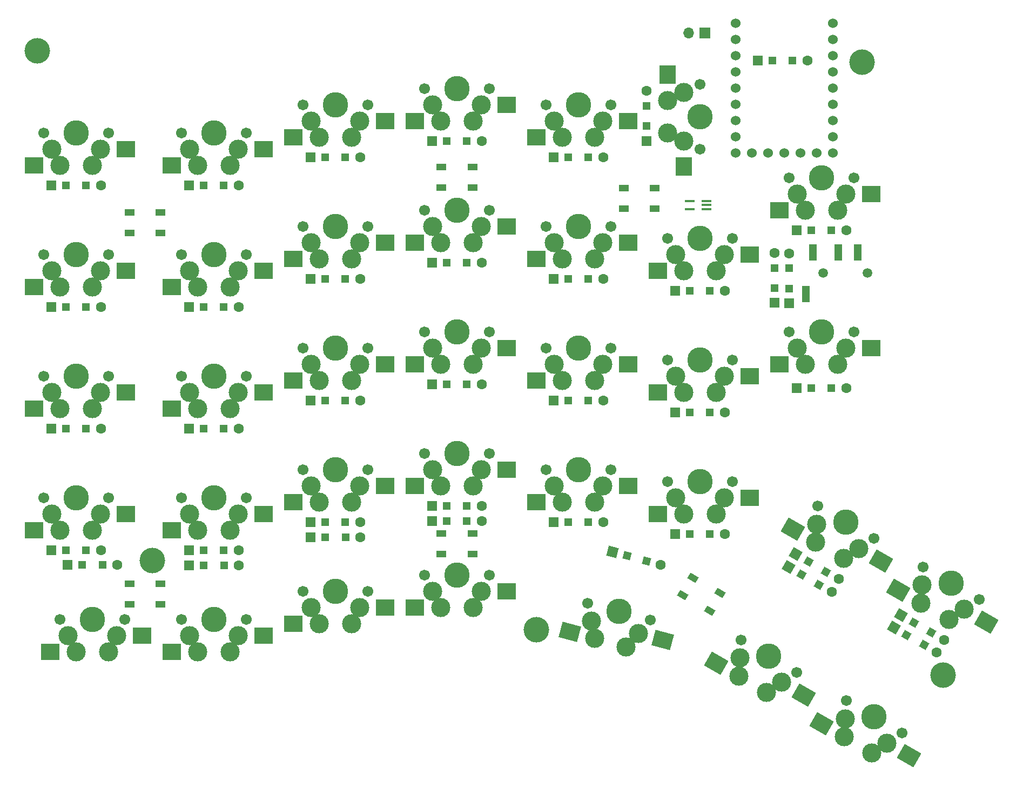
<source format=gbs>
G04 #@! TF.GenerationSoftware,KiCad,Pcbnew,(6.0.5-0)*
G04 #@! TF.CreationDate,2022-05-24T21:59:09-05:00*
G04 #@! TF.ProjectId,redox_rev2_recovery,7265646f-785f-4726-9576-325f7265636f,1.0*
G04 #@! TF.SameCoordinates,Original*
G04 #@! TF.FileFunction,Soldermask,Bot*
G04 #@! TF.FilePolarity,Negative*
%FSLAX46Y46*%
G04 Gerber Fmt 4.6, Leading zero omitted, Abs format (unit mm)*
G04 Created by KiCad (PCBNEW (6.0.5-0)) date 2022-05-24 21:59:09*
%MOMM*%
%LPD*%
G01*
G04 APERTURE LIST*
G04 Aperture macros list*
%AMRotRect*
0 Rectangle, with rotation*
0 The origin of the aperture is its center*
0 $1 length*
0 $2 width*
0 $3 Rotation angle, in degrees counterclockwise*
0 Add horizontal line*
21,1,$1,$2,0,0,$3*%
G04 Aperture macros list end*
%ADD10C,1.500000*%
%ADD11R,1.200000X2.500000*%
%ADD12C,3.000000*%
%ADD13C,1.701800*%
%ADD14C,3.987800*%
%ADD15R,3.000000X2.500000*%
%ADD16R,2.500000X3.000000*%
%ADD17RotRect,3.000000X2.500000X150.000000*%
%ADD18RotRect,3.000000X2.500000X165.000000*%
%ADD19RotRect,1.200000X1.200000X150.000000*%
%ADD20RotRect,1.600000X1.600000X150.000000*%
%ADD21C,1.600000*%
%ADD22RotRect,1.600000X1.600000X165.000000*%
%ADD23RotRect,1.200000X1.200000X165.000000*%
%ADD24R,1.600000X1.600000*%
%ADD25R,1.200000X1.200000*%
%ADD26C,4.000000*%
%ADD27R,1.700000X1.700000*%
%ADD28O,1.700000X1.700000*%
%ADD29R,1.500000X1.000000*%
%ADD30C,1.524000*%
%ADD31R,1.500000X0.400000*%
%ADD32RotRect,1.500000X1.000000X150.000000*%
G04 APERTURE END LIST*
D10*
X208535000Y-88646000D03*
X215535000Y-88646000D03*
D11*
X210935000Y-85396000D03*
X213935000Y-85396000D03*
X205835000Y-91896000D03*
X206935000Y-85396000D03*
D10*
X208535000Y-88646000D03*
X215535000Y-88646000D03*
D12*
X94002860Y-71785480D03*
X95272860Y-69245480D03*
D13*
X96542860Y-66705480D03*
D14*
X91462860Y-66705480D03*
D12*
X88922860Y-71785480D03*
X87652860Y-69245480D03*
D13*
X86382860Y-66705480D03*
D15*
X84862860Y-71785480D03*
X99262860Y-69245480D03*
D13*
X118132860Y-66705480D03*
X107972860Y-66705480D03*
D14*
X113052860Y-66705480D03*
D12*
X115592860Y-71785480D03*
X116862860Y-69245480D03*
X109242860Y-69245480D03*
X110512860Y-71785480D03*
D15*
X106452860Y-71785480D03*
X120852860Y-69245480D03*
D14*
X132102860Y-62260480D03*
D12*
X129562860Y-67340480D03*
X134642860Y-67340480D03*
X135912860Y-64800480D03*
X128292860Y-64800480D03*
D13*
X127022860Y-62260480D03*
X137182860Y-62260480D03*
D15*
X125502860Y-67340480D03*
X139902860Y-64800480D03*
D13*
X156232860Y-59720480D03*
D12*
X153692860Y-64800480D03*
X148612860Y-64800480D03*
X147342860Y-62260480D03*
D14*
X151152860Y-59720480D03*
D12*
X154962860Y-62260480D03*
D13*
X146072860Y-59720480D03*
D15*
X144552860Y-64800480D03*
X158952860Y-62260480D03*
D14*
X170202860Y-62260480D03*
D12*
X172742860Y-67340480D03*
D13*
X165122860Y-62260480D03*
D12*
X167662860Y-67340480D03*
X166392860Y-64800480D03*
D13*
X175282860Y-62260480D03*
D12*
X174012860Y-64800480D03*
D15*
X163602860Y-67340480D03*
X178002860Y-64800480D03*
D12*
X184172860Y-66705480D03*
X186712860Y-60355480D03*
D14*
X189252860Y-64165480D03*
D13*
X189252860Y-69245480D03*
D12*
X186712860Y-67975480D03*
D13*
X189252860Y-59085480D03*
D12*
X184172860Y-61625480D03*
D16*
X184172860Y-57565480D03*
X186712860Y-71965480D03*
D12*
X204492860Y-76230480D03*
D14*
X208302860Y-73690480D03*
D13*
X203222860Y-73690480D03*
D12*
X205762860Y-78770480D03*
D13*
X213382860Y-73690480D03*
D12*
X210842860Y-78770480D03*
X212112860Y-76230480D03*
D15*
X201702860Y-78770480D03*
X216102860Y-76230480D03*
D12*
X129562860Y-86390480D03*
D14*
X132102860Y-81310480D03*
D13*
X137182860Y-81310480D03*
D12*
X134642860Y-86390480D03*
X135912860Y-83850480D03*
D13*
X127022860Y-81310480D03*
D12*
X128292860Y-83850480D03*
D15*
X125502860Y-86390480D03*
X139902860Y-83850480D03*
D12*
X148612860Y-83850480D03*
X153692860Y-83850480D03*
D13*
X156232860Y-78770480D03*
D12*
X154962860Y-81310480D03*
D13*
X146072860Y-78770480D03*
D12*
X147342860Y-81310480D03*
D14*
X151152860Y-78770480D03*
D15*
X144552860Y-83850480D03*
X158952860Y-81310480D03*
D13*
X165122860Y-81310480D03*
D12*
X174012860Y-83850480D03*
X172742860Y-86390480D03*
X167662860Y-86390480D03*
X166392860Y-83850480D03*
D13*
X175282860Y-81310480D03*
D14*
X170202860Y-81310480D03*
D15*
X163602860Y-86390480D03*
X178002860Y-83850480D03*
D12*
X193062860Y-85755480D03*
D14*
X189252860Y-83215480D03*
D12*
X186712860Y-88295480D03*
X191792860Y-88295480D03*
D13*
X184172860Y-83215480D03*
X194332860Y-83215480D03*
D12*
X185442860Y-85755480D03*
D15*
X182652860Y-88295480D03*
X197052860Y-85755480D03*
D12*
X205762860Y-102900480D03*
D14*
X208302860Y-97820480D03*
D12*
X212112860Y-100360480D03*
X204492860Y-100360480D03*
D13*
X203222860Y-97820480D03*
D12*
X210842860Y-102900480D03*
D13*
X213382860Y-97820480D03*
D15*
X201702860Y-102900480D03*
X216102860Y-100360480D03*
D12*
X87652860Y-107345480D03*
X94002860Y-109885480D03*
X88922860Y-109885480D03*
D13*
X96542860Y-104805480D03*
X86382860Y-104805480D03*
D14*
X91462860Y-104805480D03*
D12*
X95272860Y-107345480D03*
D15*
X84862860Y-109885480D03*
X99262860Y-107345480D03*
D13*
X107972860Y-104805480D03*
D12*
X116862860Y-107345480D03*
X110512860Y-109885480D03*
X109242860Y-107345480D03*
D14*
X113052860Y-104805480D03*
D13*
X118132860Y-104805480D03*
D12*
X115592860Y-109885480D03*
D15*
X106452860Y-109885480D03*
X120852860Y-107345480D03*
D12*
X128292860Y-102900480D03*
X134642860Y-105440480D03*
X135912860Y-102900480D03*
X129562860Y-105440480D03*
D13*
X127022860Y-100360480D03*
X137182860Y-100360480D03*
D14*
X132102860Y-100360480D03*
D15*
X125502860Y-105440480D03*
X139902860Y-102900480D03*
D12*
X148612860Y-102900480D03*
D14*
X151152860Y-97820480D03*
D12*
X147342860Y-100360480D03*
X153692860Y-102900480D03*
D13*
X156232860Y-97820480D03*
D12*
X154962860Y-100360480D03*
D13*
X146072860Y-97820480D03*
D15*
X144552860Y-102900480D03*
X158952860Y-100360480D03*
D12*
X172742860Y-105440480D03*
D14*
X170202860Y-100360480D03*
D12*
X166392860Y-102900480D03*
D13*
X175282860Y-100360480D03*
D12*
X174012860Y-102900480D03*
X167662860Y-105440480D03*
D13*
X165122860Y-100360480D03*
D15*
X163602860Y-105440480D03*
X178002860Y-102900480D03*
D13*
X184172860Y-102265480D03*
X194332860Y-102265480D03*
D12*
X185442860Y-104805480D03*
X191792860Y-107345480D03*
D14*
X189252860Y-102265480D03*
D12*
X193062860Y-104805480D03*
X186712860Y-107345480D03*
D15*
X182652860Y-107345480D03*
X197052860Y-104805480D03*
D12*
X207373155Y-130794889D03*
D13*
X207713451Y-125125480D03*
D12*
X214142417Y-131770185D03*
D13*
X216512269Y-130205480D03*
D12*
X211772565Y-133334889D03*
D14*
X212112860Y-127665480D03*
D12*
X207543303Y-127960185D03*
D17*
X203857092Y-128764889D03*
X217597858Y-133765185D03*
D12*
X88922860Y-128935480D03*
D13*
X86382860Y-123855480D03*
D12*
X95272860Y-126395480D03*
D13*
X96542860Y-123855480D03*
D12*
X94002860Y-128935480D03*
D14*
X91462860Y-123855480D03*
D12*
X87652860Y-126395480D03*
D15*
X84862860Y-128935480D03*
X99262860Y-126395480D03*
D14*
X113052860Y-123855480D03*
D12*
X115592860Y-128935480D03*
X110512860Y-128935480D03*
D13*
X107972860Y-123855480D03*
D12*
X109242860Y-126395480D03*
D13*
X118132860Y-123855480D03*
D12*
X116862860Y-126395480D03*
D15*
X106452860Y-128935480D03*
X120852860Y-126395480D03*
D12*
X134642860Y-124490480D03*
X135912860Y-121950480D03*
X129562860Y-124490480D03*
D13*
X137182860Y-119410480D03*
X127022860Y-119410480D03*
D14*
X132102860Y-119410480D03*
D12*
X128292860Y-121950480D03*
D15*
X125502860Y-124490480D03*
X139902860Y-121950480D03*
D14*
X151152860Y-116870480D03*
D12*
X153692860Y-121950480D03*
X154962860Y-119410480D03*
X147342860Y-119410480D03*
D13*
X156232860Y-116870480D03*
D12*
X148612860Y-121950480D03*
D13*
X146072860Y-116870480D03*
D15*
X144552860Y-121950480D03*
X158952860Y-119410480D03*
D12*
X166392860Y-121950480D03*
X167662860Y-124490480D03*
D14*
X170202860Y-119410480D03*
D12*
X172742860Y-124490480D03*
D13*
X165122860Y-119410480D03*
D12*
X174012860Y-121950480D03*
D13*
X175282860Y-119410480D03*
D15*
X163602860Y-124490480D03*
X178002860Y-121950480D03*
D12*
X191792860Y-126395480D03*
D13*
X194332860Y-121315480D03*
D14*
X189252860Y-121315480D03*
D12*
X193062860Y-123855480D03*
D13*
X184172860Y-121315480D03*
D12*
X186712860Y-126395480D03*
X185442860Y-123855480D03*
D15*
X182652860Y-126395480D03*
X197052860Y-123855480D03*
D13*
X233022269Y-139730480D03*
D14*
X228622860Y-137190480D03*
D12*
X230652417Y-141295185D03*
X223883155Y-140319889D03*
X228282565Y-142859889D03*
X224053303Y-137485185D03*
D13*
X224223451Y-134650480D03*
D17*
X220367092Y-138289889D03*
X234107858Y-143290185D03*
D13*
X88922860Y-142905480D03*
D12*
X97812860Y-145445480D03*
X91462860Y-147985480D03*
D14*
X94002860Y-142905480D03*
D12*
X90192860Y-145445480D03*
D13*
X99082860Y-142905480D03*
D12*
X96542860Y-147985480D03*
D15*
X87402860Y-147985480D03*
X101802860Y-145445480D03*
D12*
X116862860Y-145445480D03*
X115592860Y-147985480D03*
X109242860Y-145445480D03*
D13*
X118132860Y-142905480D03*
D12*
X110512860Y-147985480D03*
D14*
X113052860Y-142905480D03*
D13*
X107972860Y-142905480D03*
D15*
X106452860Y-147985480D03*
X120852860Y-145445480D03*
D14*
X132102860Y-138460480D03*
D13*
X137182860Y-138460480D03*
X127022860Y-138460480D03*
D12*
X135912860Y-141000480D03*
X134642860Y-143540480D03*
X128292860Y-141000480D03*
X129562860Y-143540480D03*
D15*
X125502860Y-143540480D03*
X139902860Y-141000480D03*
D13*
X156232860Y-135920480D03*
D14*
X151152860Y-135920480D03*
D12*
X153692860Y-141000480D03*
X148612860Y-141000480D03*
X147342860Y-138460480D03*
D13*
X146072860Y-135920480D03*
D12*
X154962860Y-138460480D03*
D15*
X144552860Y-141000480D03*
X158952860Y-138460480D03*
D13*
X171645957Y-140320679D03*
X181459763Y-142950281D03*
D12*
X172784608Y-145884983D03*
D14*
X176552860Y-141635480D03*
D12*
X172215282Y-143102831D03*
X177691511Y-147199784D03*
X179575637Y-145075032D03*
D18*
X168862949Y-144834177D03*
X183429681Y-146107720D03*
D13*
X204447269Y-151160480D03*
D12*
X202077417Y-152725185D03*
D14*
X200047860Y-148620480D03*
D12*
X195308155Y-151749889D03*
X195478303Y-148915185D03*
X199707565Y-154289889D03*
D13*
X195648451Y-146080480D03*
D17*
X191792092Y-149719889D03*
X205532858Y-154720185D03*
D12*
X218587417Y-162250185D03*
X211818155Y-161274889D03*
D14*
X216557860Y-158145480D03*
D13*
X220957269Y-160685480D03*
D12*
X211988303Y-158440185D03*
D13*
X212158451Y-155605480D03*
D12*
X216217565Y-163814889D03*
D17*
X208302092Y-159244889D03*
X222042858Y-164245185D03*
D12*
X95272860Y-88295480D03*
D13*
X96542860Y-85755480D03*
D12*
X87652860Y-88295480D03*
D13*
X86382860Y-85755480D03*
D12*
X94002860Y-90835480D03*
X88922860Y-90835480D03*
D14*
X91462860Y-85755480D03*
D15*
X84862860Y-90835480D03*
X99262860Y-88295480D03*
D13*
X118132860Y-85755480D03*
D12*
X110512860Y-90835480D03*
D13*
X107972860Y-85755480D03*
D14*
X113052860Y-85755480D03*
D12*
X115592860Y-90835480D03*
X116862860Y-88295480D03*
X109242860Y-88295480D03*
D15*
X106452860Y-90835480D03*
X120852860Y-88295480D03*
D19*
X205136010Y-135862500D03*
D20*
X203122501Y-134700000D03*
D21*
X209877499Y-138600000D03*
D19*
X207863990Y-137437500D03*
D22*
X175561556Y-132332966D03*
D23*
X177807334Y-132934720D03*
X180850000Y-133750000D03*
D21*
X183095778Y-134351754D03*
D24*
X147225000Y-127500000D03*
D25*
X149550000Y-127500000D03*
D21*
X155025000Y-127500000D03*
D25*
X152700000Y-127500000D03*
X130525000Y-130050000D03*
D24*
X128200000Y-130050000D03*
D21*
X136000000Y-130050000D03*
D25*
X133675000Y-130050000D03*
D24*
X109150000Y-134400000D03*
D25*
X111475000Y-134400000D03*
D21*
X116950000Y-134400000D03*
D25*
X114625000Y-134400000D03*
X168605000Y-108585000D03*
D24*
X166280000Y-108585000D03*
D21*
X174080000Y-108585000D03*
D25*
X171755000Y-108585000D03*
X89865000Y-74930000D03*
D24*
X87540000Y-74930000D03*
D21*
X95340000Y-74930000D03*
D25*
X93015000Y-74930000D03*
X168605000Y-70485000D03*
D24*
X166280000Y-70485000D03*
D21*
X174080000Y-70485000D03*
D25*
X171755000Y-70485000D03*
X111455000Y-93980000D03*
D24*
X109130000Y-93980000D03*
D25*
X114605000Y-93980000D03*
D21*
X116930000Y-93980000D03*
D25*
X130505000Y-70485000D03*
D24*
X128180000Y-70485000D03*
D21*
X135980000Y-70485000D03*
D25*
X133655000Y-70485000D03*
D24*
X204380000Y-106680000D03*
D25*
X206705000Y-106680000D03*
X209855000Y-106680000D03*
D21*
X212180000Y-106680000D03*
D24*
X166280000Y-89535000D03*
D25*
X168605000Y-89535000D03*
D21*
X174080000Y-89535000D03*
D25*
X171755000Y-89535000D03*
X89865000Y-113030000D03*
D24*
X87540000Y-113030000D03*
D21*
X95340000Y-113030000D03*
D25*
X93015000Y-113030000D03*
X111455000Y-74930000D03*
D24*
X109130000Y-74930000D03*
D21*
X116930000Y-74930000D03*
D25*
X114605000Y-74930000D03*
X149555000Y-86995000D03*
D24*
X147230000Y-86995000D03*
D25*
X152705000Y-86995000D03*
D21*
X155030000Y-86995000D03*
D24*
X180850000Y-67925000D03*
D25*
X180850000Y-65600000D03*
X180850000Y-62450000D03*
D21*
X180850000Y-60125000D03*
D25*
X149555000Y-106045000D03*
D24*
X147230000Y-106045000D03*
D21*
X155030000Y-106045000D03*
D25*
X152705000Y-106045000D03*
X149555000Y-125095000D03*
D24*
X147230000Y-125095000D03*
D21*
X155030000Y-125095000D03*
D25*
X152705000Y-125095000D03*
X187655000Y-110490000D03*
D24*
X185330000Y-110490000D03*
D21*
X193130000Y-110490000D03*
D25*
X190805000Y-110490000D03*
X89865000Y-132080000D03*
D24*
X87540000Y-132080000D03*
D25*
X93015000Y-132080000D03*
D21*
X95340000Y-132080000D03*
D25*
X149555000Y-67945000D03*
D24*
X147230000Y-67945000D03*
D25*
X152705000Y-67945000D03*
D21*
X155030000Y-67945000D03*
D20*
X204267501Y-132670000D03*
D19*
X206281010Y-133832500D03*
D21*
X211022499Y-136570000D03*
D19*
X209008990Y-135407500D03*
D25*
X130505000Y-89535000D03*
D24*
X128180000Y-89535000D03*
D21*
X135980000Y-89535000D03*
D25*
X133655000Y-89535000D03*
X168605000Y-127635000D03*
D24*
X166280000Y-127635000D03*
D21*
X174080000Y-127635000D03*
D25*
X171755000Y-127635000D03*
X89865000Y-93980000D03*
D24*
X87540000Y-93980000D03*
D21*
X95340000Y-93980000D03*
D25*
X93015000Y-93980000D03*
D26*
X85344000Y-53848000D03*
D25*
X206705000Y-81915000D03*
D24*
X204380000Y-81915000D03*
D25*
X209855000Y-81915000D03*
D21*
X212180000Y-81915000D03*
D24*
X185330000Y-91440000D03*
D25*
X187655000Y-91440000D03*
D21*
X193130000Y-91440000D03*
D25*
X190805000Y-91440000D03*
X111455000Y-113030000D03*
D24*
X109130000Y-113030000D03*
D21*
X116930000Y-113030000D03*
D25*
X114605000Y-113030000D03*
D24*
X109130000Y-132080000D03*
D25*
X111455000Y-132080000D03*
X114605000Y-132080000D03*
D21*
X116930000Y-132080000D03*
D25*
X130505000Y-108585000D03*
D24*
X128180000Y-108585000D03*
D25*
X133655000Y-108585000D03*
D21*
X135980000Y-108585000D03*
D26*
X103375000Y-133625000D03*
D20*
X219622501Y-144150000D03*
D19*
X221636010Y-145312500D03*
D21*
X226377499Y-148050000D03*
D19*
X224363990Y-146887500D03*
D24*
X128180000Y-127635000D03*
D25*
X130505000Y-127635000D03*
D21*
X135980000Y-127635000D03*
D25*
X133655000Y-127635000D03*
D19*
X222791010Y-143357500D03*
D20*
X220777501Y-142195000D03*
D19*
X225518990Y-144932500D03*
D21*
X227532499Y-146095000D03*
D25*
X187655000Y-129540000D03*
D24*
X185330000Y-129540000D03*
D25*
X190805000Y-129540000D03*
D21*
X193130000Y-129540000D03*
D24*
X90100000Y-134366000D03*
D25*
X92425000Y-134366000D03*
X95575000Y-134366000D03*
D21*
X97900000Y-134366000D03*
D26*
X163576000Y-144526000D03*
X227330000Y-151638000D03*
X214630000Y-55626000D03*
D25*
X203200000Y-87884000D03*
D21*
X203200000Y-85559000D03*
D24*
X203200000Y-93359000D03*
D25*
X203200000Y-91034000D03*
D27*
X189992000Y-51054000D03*
D28*
X187452000Y-51054000D03*
D25*
X200609000Y-55372000D03*
D24*
X198284000Y-55372000D03*
D25*
X203759000Y-55372000D03*
D21*
X206084000Y-55372000D03*
D25*
X200914000Y-87833000D03*
D21*
X200914000Y-85508000D03*
D24*
X200914000Y-93308000D03*
D25*
X200914000Y-90983000D03*
D29*
X148680000Y-75260000D03*
X148680000Y-72060000D03*
X153580000Y-72060000D03*
X153580000Y-75260000D03*
X104707860Y-79156000D03*
X104707860Y-82356000D03*
X99807860Y-82356000D03*
X99807860Y-79156000D03*
X177277860Y-78562000D03*
X177277860Y-75362000D03*
X182177860Y-75362000D03*
X182177860Y-78562000D03*
X153580000Y-129464000D03*
X153580000Y-132664000D03*
X148680000Y-132664000D03*
X148680000Y-129464000D03*
X104707860Y-137338000D03*
X104707860Y-140538000D03*
X99807860Y-140538000D03*
X99807860Y-137338000D03*
D30*
X210058000Y-54610000D03*
X210058000Y-49530000D03*
X210058000Y-52070000D03*
X194818000Y-49530000D03*
X194818000Y-52070000D03*
X194818000Y-54610000D03*
X194818000Y-57150000D03*
X194818000Y-59690000D03*
X194818000Y-62230000D03*
X194818000Y-64770000D03*
X194818000Y-67310000D03*
X194818000Y-69850000D03*
X197358000Y-69850000D03*
X199898000Y-69850000D03*
X202438000Y-69850000D03*
X204978000Y-69850000D03*
X207518000Y-69850000D03*
X210058000Y-69850000D03*
X210058000Y-67310000D03*
X210058000Y-64770000D03*
X210058000Y-62230000D03*
X210058000Y-59690000D03*
X210058000Y-57150000D03*
D31*
X190306000Y-77328000D03*
X190306000Y-77978000D03*
X190306000Y-78628000D03*
X187646000Y-78628000D03*
X187646000Y-77328000D03*
D32*
X192405762Y-138777359D03*
X190805762Y-141548641D03*
X186562238Y-139098641D03*
X188162238Y-136327359D03*
M02*

</source>
